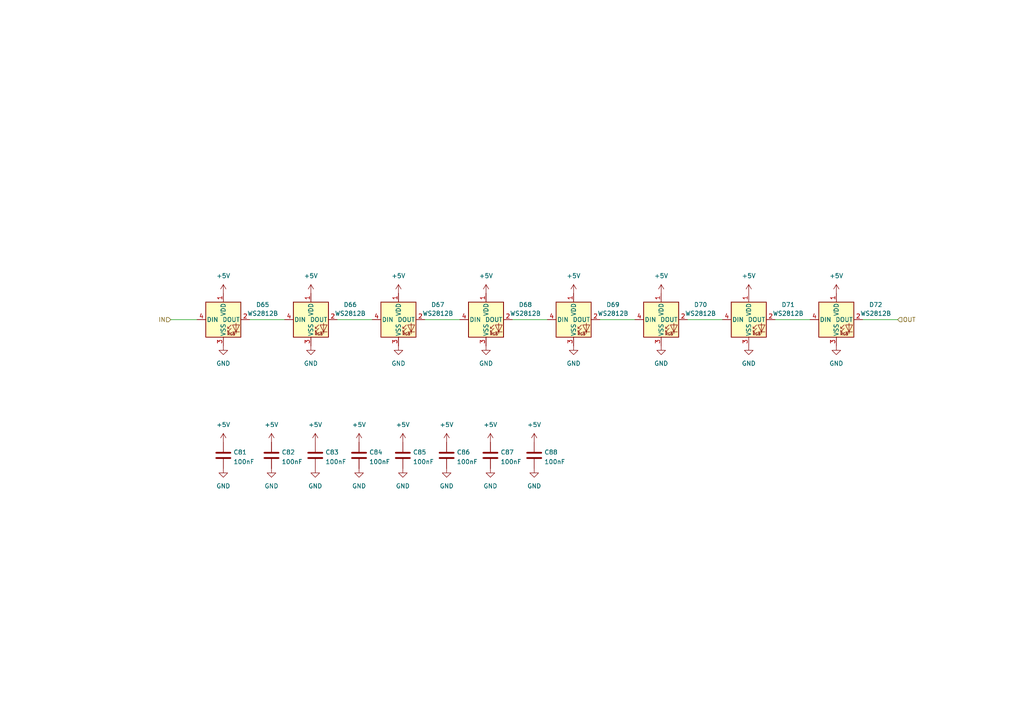
<source format=kicad_sch>
(kicad_sch (version 20211123) (generator eeschema)
  (paper "A4")
  (lib_symbols
    (symbol "Device:C" (pin_numbers hide) (pin_names (offset 0.254))
      (property "Reference" "C" (at 0.635 2.54 0))
      (property "Value" "C" (at 0.635 -2.54 0))
      (symbol "C_0_1"
        (polyline (pts (xy -2.032 -0.762) (xy 2.032 -0.762)) (stroke (width 0.508)))
        (polyline (pts (xy -2.032 0.762) (xy 2.032 0.762)) (stroke (width 0.508)))
      )
      (symbol "C_1_1"
        (pin passive line (at 0 3.81 270) (length 2.794) (name "~") (number "1"))
        (pin passive line (at 0 -3.81 90) (length 2.794) (name "~") (number "2"))
      )
    )
    (symbol "LED:WS2812B" (pin_names (offset 0.254))
      (property "Reference" "D" (at 5.08 5.715 0))
      (property "Value" "WS2812B" (at 1.27 -5.715 0))
      (symbol "WS2812B_0_0"
        (text "RGB" (at 2.286 -4.191 0) (effects (font (size 0.762 0.762))))
      )
      (symbol "WS2812B_0_1"
        (polyline (pts (xy 1.27 -3.556) (xy 1.778 -3.556)))
        (polyline (pts (xy 1.27 -2.54) (xy 1.778 -2.54)))
        (polyline (pts (xy 4.699 -3.556) (xy 2.667 -3.556)))
        (polyline (pts (xy 2.286 -2.54) (xy 1.27 -3.556) (xy 1.27 -3.048)))
        (polyline (pts (xy 2.286 -1.524) (xy 1.27 -2.54) (xy 1.27 -2.032)))
        (polyline (pts (xy 3.683 -1.016) (xy 3.683 -3.556) (xy 3.683 -4.064)))
        (polyline (pts (xy 4.699 -1.524) (xy 2.667 -1.524) (xy 3.683 -3.556) (xy 4.699 -1.524)))
        (rectangle (start 5.08 5.08) (end -5.08 -5.08) (stroke (width 0.254)) (fill (type background)))
      )
      (symbol "WS2812B_1_1"
        (pin power_in line (at 0 7.62 270) (length 2.54) (name "VDD") (number "1"))
        (pin output line (at 7.62 0 180) (length 2.54) (name "DOUT") (number "2"))
        (pin power_in line (at 0 -7.62 90) (length 2.54) (name "VSS") (number "3"))
        (pin input line (at -7.62 0 0) (length 2.54) (name "DIN") (number "4"))
      )
    )
    (symbol "power:+5V" (power) (pin_names (offset 0))
      (property "Value" "+5V" (at 0 3.556 0))
      (symbol "+5V_0_1"
        (polyline (pts (xy -0.762 1.27) (xy 0 2.54)))
        (polyline (pts (xy 0 0) (xy 0 2.54)))
        (polyline (pts (xy 0 2.54) (xy 0.762 1.27)))
      )
      (symbol "+5V_1_1"
        (pin power_in line (at 0 0 90) (length 0) hide (name "+5V") (number "1"))
      )
    )
    (symbol "power:GND" (power) (pin_names (offset 0))
      (property "Value" "GND" (at 0 -3.81 0))
      (symbol "GND_0_1"
        (polyline (pts (xy 0 0) (xy 0 -1.27) (xy 1.27 -1.27) (xy 0 -2.54) (xy -1.27 -1.27) (xy 0 -1.27)))
      )
      (symbol "GND_1_1"
        (pin power_in line (at 0 0 270) (length 0) hide (name "GND") (number "1"))
      )
    )
  )
  (wire (pts (xy 199.39 92.71) (xy 209.55 92.71)))
  (wire (pts (xy 123.19 92.71) (xy 133.35 92.71)))
  (wire (pts (xy 49.53 92.71) (xy 57.15 92.71)))
  (wire (pts (xy 72.39 92.71) (xy 82.55 92.71)))
  (wire (pts (xy 224.79 92.71) (xy 234.95 92.71)))
  (wire (pts (xy 173.99 92.71) (xy 184.15 92.71)))
  (wire (pts (xy 97.79 92.71) (xy 107.95 92.71)))
  (wire (pts (xy 250.19 92.71) (xy 260.35 92.71)))
  (wire (pts (xy 148.59 92.71) (xy 158.75 92.71)))
  (hierarchical_label "IN" (shape input) (at 49.53 92.71 180))
  (hierarchical_label "OUT" (shape input) (at 260.35 92.71 0))
  (symbol (lib_id "power:+5V") (at 78.74 128.27 0)
    (property "Reference" "#PWR0323" (effects hide))
    (property "Value" "+5V" (at 78.74 123.19 0))
  )
  (symbol (lib_id "power:GND") (at 64.77 135.89 0)
    (property "Reference" "#PWR0322" (effects hide))
    (property "Value" "GND" (at 64.77 140.97 0))
  )
  (symbol (lib_id "power:GND") (at 166.37 100.33 0)
    (property "Reference" "#PWR010" (effects hide))
    (property "Value" "GND" (at 166.37 105.41 0))
  )
  (symbol (lib_id "Device:C") (at 104.14 132.08 0)
    (property "Reference" "C84" (at 107.061 131.1715 0) (effects (justify left)))
    (property "Value" "100nF" (at 107.061 133.9466 0) (effects (justify left)))
    (property "Footprint" "Capacitor_SMD:C_0603_1608Metric" (effects hide))
  )
  (symbol (lib_id "power:+5V") (at 104.14 128.27 0)
    (property "Reference" "#PWR0327" (effects hide))
    (property "Value" "+5V" (at 104.14 123.19 0))
  )
  (symbol (lib_id "power:+5V") (at 140.97 85.09 0)
    (property "Reference" "#PWR07" (effects hide))
    (property "Value" "+5V" (at 140.97 80.01 0))
  )
  (symbol (lib_id "power:GND") (at 142.24 135.89 0)
    (property "Reference" "#PWR0334" (effects hide))
    (property "Value" "GND" (at 142.24 140.97 0))
  )
  (symbol (lib_id "power:GND") (at 129.54 135.89 0)
    (property "Reference" "#PWR0332" (effects hide))
    (property "Value" "GND" (at 129.54 140.97 0))
  )
  (symbol (lib_id "power:+5V") (at 90.17 85.09 0)
    (property "Reference" "#PWR03" (effects hide))
    (property "Value" "+5V" (at 90.17 80.01 0))
  )
  (symbol (lib_id "Device:C") (at 129.54 132.08 0)
    (property "Reference" "C86" (at 132.461 131.1715 0) (effects (justify left)))
    (property "Value" "100nF" (at 132.461 133.9466 0) (effects (justify left)))
    (property "Footprint" "Capacitor_SMD:C_0603_1608Metric" (effects hide))
  )
  (symbol (lib_id "Device:C") (at 142.24 132.08 0)
    (property "Reference" "C87" (at 145.161 131.1715 0) (effects (justify left)))
    (property "Value" "100nF" (at 145.161 133.9466 0) (effects (justify left)))
    (property "Footprint" "Capacitor_SMD:C_0603_1608Metric" (effects hide))
  )
  (symbol (lib_id "power:+5V") (at 217.17 85.09 0)
    (property "Reference" "#PWR013" (effects hide))
    (property "Value" "+5V" (at 217.17 80.01 0))
  )
  (symbol (lib_id "Device:C") (at 116.84 132.08 0)
    (property "Reference" "C85" (at 119.761 131.1715 0) (effects (justify left)))
    (property "Value" "100nF" (at 119.761 133.9466 0) (effects (justify left)))
    (property "Footprint" "Capacitor_SMD:C_0603_1608Metric" (effects hide))
  )
  (symbol (lib_id "power:+5V") (at 115.57 85.09 0)
    (property "Reference" "#PWR05" (effects hide))
    (property "Value" "+5V" (at 115.57 80.01 0))
  )
  (symbol (lib_id "LED:WS2812B") (at 140.97 92.71 0)
    (property "Reference" "D68" (at 152.4 88.3793 0))
    (property "Value" "WS2812B" (at 152.4 90.9193 0))
    (property "Footprint" "LED_SMD:LED_WS2812B_PLCC4_5.0x5.0mm_P3.2mm" (effects hide))
    (property "Datasheet" "https://cdn-shop.adafruit.com/datasheets/WS2812B.pdf" (effects hide))
  )
  (symbol (lib_id "power:+5V") (at 154.94 128.27 0)
    (property "Reference" "#PWR0335" (effects hide))
    (property "Value" "+5V" (at 154.94 123.19 0))
  )
  (symbol (lib_id "power:+5V") (at 242.57 85.09 0)
    (property "Reference" "#PWR015" (effects hide))
    (property "Value" "+5V" (at 242.57 80.01 0))
  )
  (symbol (lib_id "power:+5V") (at 142.24 128.27 0)
    (property "Reference" "#PWR0333" (effects hide))
    (property "Value" "+5V" (at 142.24 123.19 0))
  )
  (symbol (lib_id "power:+5V") (at 191.77 85.09 0)
    (property "Reference" "#PWR011" (effects hide))
    (property "Value" "+5V" (at 191.77 80.01 0))
  )
  (symbol (lib_id "power:+5V") (at 64.77 85.09 0)
    (property "Reference" "#PWR01" (effects hide))
    (property "Value" "+5V" (at 64.77 80.01 0))
  )
  (symbol (lib_id "power:GND") (at 64.77 100.33 0)
    (property "Reference" "#PWR02" (effects hide))
    (property "Value" "GND" (at 64.77 105.41 0))
  )
  (symbol (lib_id "power:GND") (at 154.94 135.89 0)
    (property "Reference" "#PWR0336" (effects hide))
    (property "Value" "GND" (at 154.94 140.97 0))
  )
  (symbol (lib_id "power:GND") (at 90.17 100.33 0)
    (property "Reference" "#PWR04" (effects hide))
    (property "Value" "GND" (at 90.17 105.41 0))
  )
  (symbol (lib_id "Device:C") (at 78.74 132.08 0)
    (property "Reference" "C82" (at 81.661 131.1715 0) (effects (justify left)))
    (property "Value" "100nF" (at 81.661 133.9466 0) (effects (justify left)))
    (property "Footprint" "Capacitor_SMD:C_0603_1608Metric" (effects hide))
  )
  (symbol (lib_id "power:GND") (at 78.74 135.89 0)
    (property "Reference" "#PWR0324" (effects hide))
    (property "Value" "GND" (at 78.74 140.97 0))
  )
  (symbol (lib_id "LED:WS2812B") (at 90.17 92.71 0)
    (property "Reference" "D66" (at 101.6 88.3793 0))
    (property "Value" "WS2812B" (at 101.6 90.9193 0))
    (property "Footprint" "LED_SMD:LED_WS2812B_PLCC4_5.0x5.0mm_P3.2mm" (effects hide))
    (property "Datasheet" "https://cdn-shop.adafruit.com/datasheets/WS2812B.pdf" (effects hide))
  )
  (symbol (lib_id "power:GND") (at 115.57 100.33 0)
    (property "Reference" "#PWR06" (effects hide))
    (property "Value" "GND" (at 115.57 105.41 0))
  )
  (symbol (lib_id "Device:C") (at 154.94 132.08 0)
    (property "Reference" "C88" (at 157.861 131.1715 0) (effects (justify left)))
    (property "Value" "100nF" (at 157.861 133.9466 0) (effects (justify left)))
    (property "Footprint" "Capacitor_SMD:C_0603_1608Metric" (effects hide))
  )
  (symbol (lib_id "power:GND") (at 191.77 100.33 0)
    (property "Reference" "#PWR012" (effects hide))
    (property "Value" "GND" (at 191.77 105.41 0))
  )
  (symbol (lib_id "LED:WS2812B") (at 166.37 92.71 0)
    (property "Reference" "D69" (at 177.8 88.3793 0))
    (property "Value" "WS2812B" (at 177.8 90.9193 0))
    (property "Footprint" "LED_SMD:LED_WS2812B_PLCC4_5.0x5.0mm_P3.2mm" (effects hide))
    (property "Datasheet" "https://cdn-shop.adafruit.com/datasheets/WS2812B.pdf" (effects hide))
  )
  (symbol (lib_id "power:+5V") (at 116.84 128.27 0)
    (property "Reference" "#PWR0329" (effects hide))
    (property "Value" "+5V" (at 116.84 123.19 0))
  )
  (symbol (lib_id "power:+5V") (at 64.77 128.27 0)
    (property "Reference" "#PWR0321" (effects hide))
    (property "Value" "+5V" (at 64.77 123.19 0))
  )
  (symbol (lib_id "power:+5V") (at 166.37 85.09 0)
    (property "Reference" "#PWR09" (effects hide))
    (property "Value" "+5V" (at 166.37 80.01 0))
  )
  (symbol (lib_id "power:GND") (at 140.97 100.33 0)
    (property "Reference" "#PWR08" (effects hide))
    (property "Value" "GND" (at 140.97 105.41 0))
  )
  (symbol (lib_id "power:+5V") (at 129.54 128.27 0)
    (property "Reference" "#PWR0331" (effects hide))
    (property "Value" "+5V" (at 129.54 123.19 0))
  )
  (symbol (lib_id "power:GND") (at 104.14 135.89 0)
    (property "Reference" "#PWR0328" (effects hide))
    (property "Value" "GND" (at 104.14 140.97 0))
  )
  (symbol (lib_id "LED:WS2812B") (at 217.17 92.71 0)
    (property "Reference" "D71" (at 228.6 88.3793 0))
    (property "Value" "WS2812B" (at 228.6 90.9193 0))
    (property "Footprint" "LED_SMD:LED_WS2812B_PLCC4_5.0x5.0mm_P3.2mm" (effects hide))
    (property "Datasheet" "https://cdn-shop.adafruit.com/datasheets/WS2812B.pdf" (effects hide))
  )
  (symbol (lib_id "power:GND") (at 217.17 100.33 0)
    (property "Reference" "#PWR014" (effects hide))
    (property "Value" "GND" (at 217.17 105.41 0))
  )
  (symbol (lib_id "Device:C") (at 64.77 132.08 0)
    (property "Reference" "C81" (at 67.691 131.1715 0) (effects (justify left)))
    (property "Value" "100nF" (at 67.691 133.9466 0) (effects (justify left)))
    (property "Footprint" "Capacitor_SMD:C_0603_1608Metric" (effects hide))
  )
  (symbol (lib_id "LED:WS2812B") (at 115.57 92.71 0)
    (property "Reference" "D67" (at 127 88.3793 0))
    (property "Value" "WS2812B" (at 127 90.9193 0))
    (property "Footprint" "LED_SMD:LED_WS2812B_PLCC4_5.0x5.0mm_P3.2mm" (effects hide))
    (property "Datasheet" "https://cdn-shop.adafruit.com/datasheets/WS2812B.pdf" (effects hide))
  )
  (symbol (lib_id "Device:C") (at 91.44 132.08 0)
    (property "Reference" "C83" (at 94.361 131.1715 0) (effects (justify left)))
    (property "Value" "100nF" (at 94.361 133.9466 0) (effects (justify left)))
    (property "Footprint" "Capacitor_SMD:C_0603_1608Metric" (effects hide))
  )
  (symbol (lib_id "power:GND") (at 91.44 135.89 0)
    (property "Reference" "#PWR0326" (effects hide))
    (property "Value" "GND" (at 91.44 140.97 0))
  )
  (symbol (lib_id "power:+5V") (at 91.44 128.27 0)
    (property "Reference" "#PWR0325" (effects hide))
    (property "Value" "+5V" (at 91.44 123.19 0))
  )
  (symbol (lib_id "power:GND") (at 242.57 100.33 0)
    (property "Reference" "#PWR016" (effects hide))
    (property "Value" "GND" (at 242.57 105.41 0))
  )
  (symbol (lib_id "LED:WS2812B") (at 64.77 92.71 0)
    (property "Reference" "D65" (at 76.2 88.3793 0))
    (property "Value" "WS2812B" (at 76.2 90.9193 0))
    (property "Footprint" "LED_SMD:LED_WS2812B_PLCC4_5.0x5.0mm_P3.2mm" (effects hide))
    (property "Datasheet" "https://cdn-shop.adafruit.com/datasheets/WS2812B.pdf" (effects hide))
  )
  (symbol (lib_id "power:GND") (at 116.84 135.89 0)
    (property "Reference" "#PWR0330" (effects hide))
    (property "Value" "GND" (at 116.84 140.97 0))
  )
  (symbol (lib_id "LED:WS2812B") (at 242.57 92.71 0)
    (property "Reference" "D72" (at 254 88.3793 0))
    (property "Value" "WS2812B" (at 254 90.9193 0))
    (property "Footprint" "LED_SMD:LED_WS2812B_PLCC4_5.0x5.0mm_P3.2mm" (effects hide))
    (property "Datasheet" "https://cdn-shop.adafruit.com/datasheets/WS2812B.pdf" (effects hide))
  )
  (symbol (lib_id "LED:WS2812B") (at 191.77 92.71 0)
    (property "Reference" "D70" (at 203.2 88.3793 0))
    (property "Value" "WS2812B" (at 203.2 90.9193 0))
    (property "Footprint" "LED_SMD:LED_WS2812B_PLCC4_5.0x5.0mm_P3.2mm" (effects hide))
    (property "Datasheet" "https://cdn-shop.adafruit.com/datasheets/WS2812B.pdf" (effects hide))
  )
)
</source>
